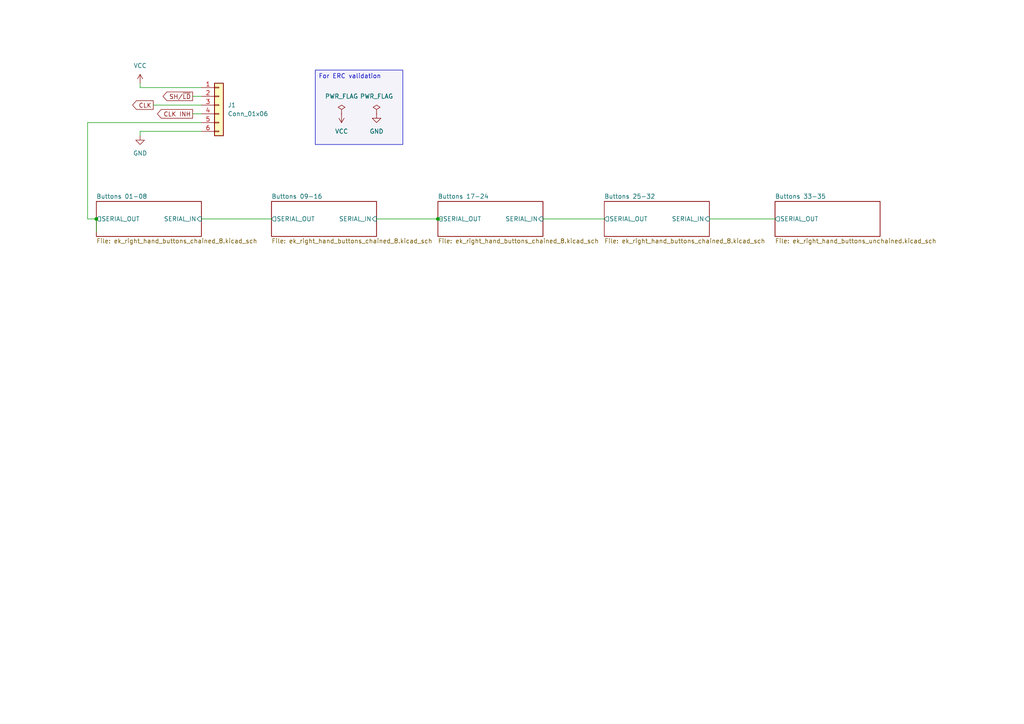
<source format=kicad_sch>
(kicad_sch (version 20230121) (generator eeschema)
  (paper "A4")
  (title_block (title "${TITLE}") (date "2023-08-15") (rev "${VERSION}"))
  (lib_symbols
    (symbol "Connector_Generic:Conn_01x06" (pin_names (offset 1.016) hide)
      (property "Reference" "J" (at 0 7.62 0))
      (property "Value" "Conn_01x06" (at 0 -10.16 0))
      (symbol "Conn_01x06_1_1"
        (rectangle (start -1.27 -7.493) (end 0 -7.747) (stroke (width 0.1524)))
        (rectangle (start -1.27 -4.953) (end 0 -5.207) (stroke (width 0.1524)))
        (rectangle (start -1.27 -2.413) (end 0 -2.667) (stroke (width 0.1524)))
        (rectangle (start -1.27 0.127) (end 0 -0.127) (stroke (width 0.1524)))
        (rectangle (start -1.27 2.667) (end 0 2.413) (stroke (width 0.1524)))
        (rectangle (start -1.27 5.207) (end 0 4.953) (stroke (width 0.1524)))
        (rectangle (start -1.27 6.35) (end 1.27 -8.89) (stroke (width 0.254)) (fill (type background)))
        (pin passive line (at -5.08 5.08 0) (length 3.81) (name "Pin_1") (number "1"))
        (pin passive line (at -5.08 2.54 0) (length 3.81) (name "Pin_2") (number "2"))
        (pin passive line (at -5.08 0 0) (length 3.81) (name "Pin_3") (number "3"))
        (pin passive line (at -5.08 -2.54 0) (length 3.81) (name "Pin_4") (number "4"))
        (pin passive line (at -5.08 -5.08 0) (length 3.81) (name "Pin_5") (number "5"))
        (pin passive line (at -5.08 -7.62 0) (length 3.81) (name "Pin_6") (number "6"))
      )
    )
    (symbol "power:GND" (power) (pin_names (offset 0))
      (property "Value" "GND" (at 0 -3.81 0))
      (symbol "GND_0_1"
        (polyline (pts (xy 0 0) (xy 0 -1.27) (xy 1.27 -1.27) (xy 0 -2.54) (xy -1.27 -1.27) (xy 0 -1.27)))
      )
      (symbol "GND_1_1"
        (pin power_in line (at 0 0 270) (length 0) hide (name "GND") (number "1"))
      )
    )
    (symbol "power:PWR_FLAG" (power) (pin_numbers hide) (pin_names (offset 0) hide)
      (property "Value" "PWR_FLAG" (at 0 3.81 0))
      (symbol "PWR_FLAG_0_0"
        (pin power_out line (at 0 0 90) (length 0) (name "pwr") (number "1"))
      )
      (symbol "PWR_FLAG_0_1"
        (polyline (pts (xy 0 0) (xy 0 1.27) (xy -1.016 1.905) (xy 0 2.54) (xy 1.016 1.905) (xy 0 1.27)))
      )
    )
    (symbol "power:VCC" (power) (pin_names (offset 0))
      (property "Value" "VCC" (at 0 3.81 0))
      (symbol "VCC_0_1"
        (polyline (pts (xy -0.762 1.27) (xy 0 2.54)))
        (polyline (pts (xy 0 0) (xy 0 2.54)))
        (polyline (pts (xy 0 2.54) (xy 0.762 1.27)))
      )
      (symbol "VCC_1_1"
        (pin power_in line (at 0 0 90) (length 0) hide (name "VCC") (number "1"))
      )
    )
  )
  (junction (at 27.94 63.5))
  (junction (at 127 63.5))
  (wire (pts (xy 58.42 38.1) (xy 40.64 38.1)))
  (wire (pts (xy 25.4 63.5) (xy 27.94 63.5)))
  (wire (pts (xy 40.64 25.4) (xy 40.64 24.13)))
  (wire (pts (xy 157.48 63.5) (xy 175.26 63.5)))
  (wire (pts (xy 44.45 30.48) (xy 58.42 30.48)))
  (wire (pts (xy 109.22 63.5) (xy 127 63.5)))
  (wire (pts (xy 25.4 35.56) (xy 58.42 35.56)))
  (wire (pts (xy 55.88 33.02) (xy 58.42 33.02)))
  (wire (pts (xy 55.88 27.94) (xy 58.42 27.94)))
  (wire (pts (xy 40.64 38.1) (xy 40.64 39.37)))
  (wire (pts (xy 58.42 63.5) (xy 78.74 63.5)))
  (wire (pts (xy 25.4 35.56) (xy 25.4 63.5)))
  (wire (pts (xy 127 63.5) (xy 128.27 63.5)))
  (wire (pts (xy 205.74 63.5) (xy 224.79 63.5)))
  (wire (pts (xy 58.42 25.4) (xy 40.64 25.4)))
  (wire (pts (xy 27.94 67.31) (xy 27.94 63.5)))
  (text_box "For ERC validation" (at 91.44 20.32 0) (size 25.4 21.59) (fill (type color) (color 0 0 132 0.05)) (effects (font (size 1.27 1.27)) (justify left top)))
  (global_label "SH{slash}~{LD}" (shape output) (at 55.88 27.94 180) (property "Intersheetrefs" "${INTERSHEET_REFS}" (effects hide)))
  (global_label "CLK" (shape output) (at 44.45 30.48 180) (property "Intersheetrefs" "${INTERSHEET_REFS}" (effects hide)))
  (global_label "CLK INH" (shape output) (at 55.88 33.02 180) (property "Intersheetrefs" "${INTERSHEET_REFS}" (effects hide)))
  (symbol (lib_id "power:PWR_FLAG") (at 109.22 33.02 0) (unit 1)
    (property "Reference" "#FLG02" (effects hide))
    (property "Value" "PWR_FLAG" (at 109.22 27.94 0))
  )
  (symbol (lib_id "power:VCC") (at 99.06 33.02 180) (unit 1)
    (property "Reference" "#PWR02" (effects hide))
    (property "Value" "VCC" (at 99.06 38.1 0))
  )
  (symbol (lib_id "power:GND") (at 109.22 33.02 0) (unit 1)
    (property "Reference" "#PWR03" (effects hide))
    (property "Value" "GND" (at 109.22 38.1 0))
  )
  (symbol (lib_id "power:GND") (at 40.64 39.37 0) (unit 1)
    (property "Reference" "#PWR04" (effects hide))
    (property "Value" "GND" (at 40.64 44.45 0))
  )
  (symbol (lib_id "Connector_Generic:Conn_01x06") (at 63.5 30.48 0) (unit 1)
    (property "Reference" "J1" (at 66.04 30.48 0) (effects (justify left)))
    (property "Value" "Conn_01x06" (at 66.04 33.02 0) (effects (justify left)))
    (property "Footprint" "Connector_PinHeader_2.54mm:PinHeader_1x06_P2.54mm_Vertical" (effects hide))
  )
  (symbol (lib_id "power:PWR_FLAG") (at 99.06 33.02 0) (unit 1)
    (property "Reference" "#FLG01" (effects hide))
    (property "Value" "PWR_FLAG" (at 99.06 27.94 0))
  )
  (symbol (lib_id "power:VCC") (at 40.64 24.13 0) (unit 1)
    (property "Reference" "#PWR01" (effects hide))
    (property "Value" "VCC" (at 40.64 19.05 0))
  )
  (sheet (at 27.94 58.42) (size 30.48 10.16) (stroke (width 0.1524))
    (property "Sheetname" "Buttons 01-08" (at 27.94 57.7084 0) (effects (justify left bottom)))
    (property "Sheetfile" "ek_right_hand_buttons_chained_8.kicad_sch" (at 27.94 69.1646 0) (effects (justify left top)))
    (pin "SERIAL_IN" input (at 58.42 63.5 0))
    (pin "SERIAL_OUT" output (at 27.94 63.5 180))
  )
  (sheet (at 175.26 58.42) (size 30.48 10.16) (stroke (width 0.1524))
    (property "Sheetname" "Buttons 25-32" (at 175.26 57.7084 0) (effects (justify left bottom)))
    (property "Sheetfile" "ek_right_hand_buttons_chained_8.kicad_sch" (at 175.26 69.1646 0) (effects (justify left top)))
    (pin "SERIAL_IN" input (at 205.74 63.5 0))
    (pin "SERIAL_OUT" output (at 175.26 63.5 180))
  )
  (sheet (at 224.79 58.42) (size 30.48 10.16) (stroke (width 0.1524))
    (property "Sheetname" "Buttons 33-35" (at 224.79 57.7084 0) (effects (justify left bottom)))
    (property "Sheetfile" "ek_right_hand_buttons_unchained.kicad_sch" (at 224.79 69.1646 0) (effects (justify left top)))
    (pin "SERIAL_OUT" output (at 224.79 63.5 180))
  )
  (sheet (at 78.74 58.42) (size 30.48 10.16) (stroke (width 0.1524))
    (property "Sheetname" "Buttons 09-16" (at 78.74 57.7084 0) (effects (justify left bottom)))
    (property "Sheetfile" "ek_right_hand_buttons_chained_8.kicad_sch" (at 78.74 69.1646 0) (effects (justify left top)))
    (pin "SERIAL_IN" input (at 109.22 63.5 0))
    (pin "SERIAL_OUT" output (at 78.74 63.5 180))
  )
  (sheet (at 127 58.42) (size 30.48 10.16) (stroke (width 0.1524))
    (property "Sheetname" "Buttons 17-24" (at 127 57.7084 0) (effects (justify left bottom)))
    (property "Sheetfile" "ek_right_hand_buttons_chained_8.kicad_sch" (at 127 69.1646 0) (effects (justify left top)))
    (pin "SERIAL_IN" input (at 157.48 63.5 0))
    (pin "SERIAL_OUT" output (at 127 63.5 180))
  )
)
</source>
